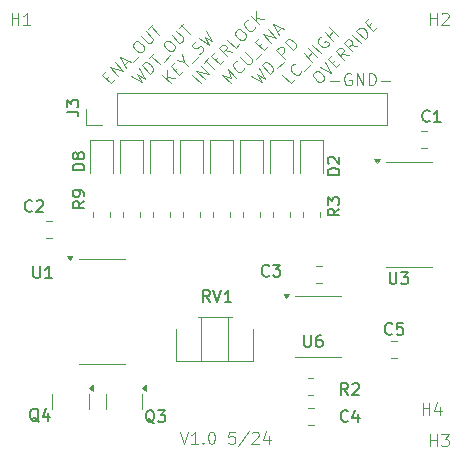
<source format=gbr>
%TF.GenerationSoftware,KiCad,Pcbnew,8.0.1-8.0.1-1~ubuntu22.04.1*%
%TF.CreationDate,2024-05-16T15:07:57-04:00*%
%TF.ProjectId,block-diagram-alex,626c6f63-6b2d-4646-9961-6772616d2d61,rev?*%
%TF.SameCoordinates,Original*%
%TF.FileFunction,Legend,Top*%
%TF.FilePolarity,Positive*%
%FSLAX46Y46*%
G04 Gerber Fmt 4.6, Leading zero omitted, Abs format (unit mm)*
G04 Created by KiCad (PCBNEW 8.0.1-8.0.1-1~ubuntu22.04.1) date 2024-05-16 15:07:57*
%MOMM*%
%LPD*%
G01*
G04 APERTURE LIST*
%ADD10C,0.100000*%
%ADD11C,0.150000*%
%ADD12C,0.120000*%
G04 APERTURE END LIST*
D10*
X140623027Y-107330419D02*
X140956360Y-108330419D01*
X140956360Y-108330419D02*
X141289693Y-107330419D01*
X142146836Y-108330419D02*
X141575408Y-108330419D01*
X141861122Y-108330419D02*
X141861122Y-107330419D01*
X141861122Y-107330419D02*
X141765884Y-107473276D01*
X141765884Y-107473276D02*
X141670646Y-107568514D01*
X141670646Y-107568514D02*
X141575408Y-107616133D01*
X142575408Y-108235180D02*
X142623027Y-108282800D01*
X142623027Y-108282800D02*
X142575408Y-108330419D01*
X142575408Y-108330419D02*
X142527789Y-108282800D01*
X142527789Y-108282800D02*
X142575408Y-108235180D01*
X142575408Y-108235180D02*
X142575408Y-108330419D01*
X143242074Y-107330419D02*
X143337312Y-107330419D01*
X143337312Y-107330419D02*
X143432550Y-107378038D01*
X143432550Y-107378038D02*
X143480169Y-107425657D01*
X143480169Y-107425657D02*
X143527788Y-107520895D01*
X143527788Y-107520895D02*
X143575407Y-107711371D01*
X143575407Y-107711371D02*
X143575407Y-107949466D01*
X143575407Y-107949466D02*
X143527788Y-108139942D01*
X143527788Y-108139942D02*
X143480169Y-108235180D01*
X143480169Y-108235180D02*
X143432550Y-108282800D01*
X143432550Y-108282800D02*
X143337312Y-108330419D01*
X143337312Y-108330419D02*
X143242074Y-108330419D01*
X143242074Y-108330419D02*
X143146836Y-108282800D01*
X143146836Y-108282800D02*
X143099217Y-108235180D01*
X143099217Y-108235180D02*
X143051598Y-108139942D01*
X143051598Y-108139942D02*
X143003979Y-107949466D01*
X143003979Y-107949466D02*
X143003979Y-107711371D01*
X143003979Y-107711371D02*
X143051598Y-107520895D01*
X143051598Y-107520895D02*
X143099217Y-107425657D01*
X143099217Y-107425657D02*
X143146836Y-107378038D01*
X143146836Y-107378038D02*
X143242074Y-107330419D01*
X145242074Y-107330419D02*
X144765884Y-107330419D01*
X144765884Y-107330419D02*
X144718265Y-107806609D01*
X144718265Y-107806609D02*
X144765884Y-107758990D01*
X144765884Y-107758990D02*
X144861122Y-107711371D01*
X144861122Y-107711371D02*
X145099217Y-107711371D01*
X145099217Y-107711371D02*
X145194455Y-107758990D01*
X145194455Y-107758990D02*
X145242074Y-107806609D01*
X145242074Y-107806609D02*
X145289693Y-107901847D01*
X145289693Y-107901847D02*
X145289693Y-108139942D01*
X145289693Y-108139942D02*
X145242074Y-108235180D01*
X145242074Y-108235180D02*
X145194455Y-108282800D01*
X145194455Y-108282800D02*
X145099217Y-108330419D01*
X145099217Y-108330419D02*
X144861122Y-108330419D01*
X144861122Y-108330419D02*
X144765884Y-108282800D01*
X144765884Y-108282800D02*
X144718265Y-108235180D01*
X146432550Y-107282800D02*
X145575408Y-108568514D01*
X146718265Y-107425657D02*
X146765884Y-107378038D01*
X146765884Y-107378038D02*
X146861122Y-107330419D01*
X146861122Y-107330419D02*
X147099217Y-107330419D01*
X147099217Y-107330419D02*
X147194455Y-107378038D01*
X147194455Y-107378038D02*
X147242074Y-107425657D01*
X147242074Y-107425657D02*
X147289693Y-107520895D01*
X147289693Y-107520895D02*
X147289693Y-107616133D01*
X147289693Y-107616133D02*
X147242074Y-107758990D01*
X147242074Y-107758990D02*
X146670646Y-108330419D01*
X146670646Y-108330419D02*
X147289693Y-108330419D01*
X148146836Y-107663752D02*
X148146836Y-108330419D01*
X147908741Y-107282800D02*
X147670646Y-107997085D01*
X147670646Y-107997085D02*
X148289693Y-107997085D01*
X153338884Y-77596466D02*
X154100789Y-77596466D01*
X155100788Y-77025038D02*
X155005550Y-76977419D01*
X155005550Y-76977419D02*
X154862693Y-76977419D01*
X154862693Y-76977419D02*
X154719836Y-77025038D01*
X154719836Y-77025038D02*
X154624598Y-77120276D01*
X154624598Y-77120276D02*
X154576979Y-77215514D01*
X154576979Y-77215514D02*
X154529360Y-77405990D01*
X154529360Y-77405990D02*
X154529360Y-77548847D01*
X154529360Y-77548847D02*
X154576979Y-77739323D01*
X154576979Y-77739323D02*
X154624598Y-77834561D01*
X154624598Y-77834561D02*
X154719836Y-77929800D01*
X154719836Y-77929800D02*
X154862693Y-77977419D01*
X154862693Y-77977419D02*
X154957931Y-77977419D01*
X154957931Y-77977419D02*
X155100788Y-77929800D01*
X155100788Y-77929800D02*
X155148407Y-77882180D01*
X155148407Y-77882180D02*
X155148407Y-77548847D01*
X155148407Y-77548847D02*
X154957931Y-77548847D01*
X155576979Y-77977419D02*
X155576979Y-76977419D01*
X155576979Y-76977419D02*
X156148407Y-77977419D01*
X156148407Y-77977419D02*
X156148407Y-76977419D01*
X156624598Y-77977419D02*
X156624598Y-76977419D01*
X156624598Y-76977419D02*
X156862693Y-76977419D01*
X156862693Y-76977419D02*
X157005550Y-77025038D01*
X157005550Y-77025038D02*
X157100788Y-77120276D01*
X157100788Y-77120276D02*
X157148407Y-77215514D01*
X157148407Y-77215514D02*
X157196026Y-77405990D01*
X157196026Y-77405990D02*
X157196026Y-77548847D01*
X157196026Y-77548847D02*
X157148407Y-77739323D01*
X157148407Y-77739323D02*
X157100788Y-77834561D01*
X157100788Y-77834561D02*
X157005550Y-77929800D01*
X157005550Y-77929800D02*
X156862693Y-77977419D01*
X156862693Y-77977419D02*
X156624598Y-77977419D01*
X157624598Y-77596466D02*
X158386503Y-77596466D01*
X139824665Y-77799908D02*
X139117558Y-77092801D01*
X140228726Y-77395847D02*
X139521619Y-77294831D01*
X139521619Y-76688740D02*
X139521619Y-77496862D01*
X140161382Y-76722411D02*
X140397085Y-76486709D01*
X140868489Y-76756083D02*
X140531772Y-77092801D01*
X140531772Y-77092801D02*
X139824665Y-76385694D01*
X139824665Y-76385694D02*
X140161382Y-76048976D01*
X140969504Y-75981633D02*
X141306222Y-76318350D01*
X140363413Y-75846946D02*
X140969504Y-75981633D01*
X140969504Y-75981633D02*
X140834817Y-75375541D01*
X141676611Y-76082648D02*
X142215359Y-75543900D01*
X142249031Y-75308198D02*
X142383718Y-75240854D01*
X142383718Y-75240854D02*
X142552077Y-75072495D01*
X142552077Y-75072495D02*
X142585749Y-74971480D01*
X142585749Y-74971480D02*
X142585749Y-74904137D01*
X142585749Y-74904137D02*
X142552077Y-74803121D01*
X142552077Y-74803121D02*
X142484733Y-74735778D01*
X142484733Y-74735778D02*
X142383718Y-74702106D01*
X142383718Y-74702106D02*
X142316375Y-74702106D01*
X142316375Y-74702106D02*
X142215359Y-74735778D01*
X142215359Y-74735778D02*
X142047001Y-74836793D01*
X142047001Y-74836793D02*
X141945985Y-74870465D01*
X141945985Y-74870465D02*
X141878642Y-74870465D01*
X141878642Y-74870465D02*
X141777627Y-74836793D01*
X141777627Y-74836793D02*
X141710283Y-74769450D01*
X141710283Y-74769450D02*
X141676611Y-74668434D01*
X141676611Y-74668434D02*
X141676611Y-74601091D01*
X141676611Y-74601091D02*
X141710283Y-74500076D01*
X141710283Y-74500076D02*
X141878642Y-74331717D01*
X141878642Y-74331717D02*
X142013329Y-74264373D01*
X142215359Y-73994999D02*
X143090825Y-74533747D01*
X143090825Y-74533747D02*
X142720436Y-73893984D01*
X142720436Y-73893984D02*
X143360199Y-74264373D01*
X143360199Y-74264373D02*
X142821451Y-73388908D01*
X144904665Y-77799908D02*
X144197558Y-77092801D01*
X144197558Y-77092801D02*
X144938337Y-77362175D01*
X144938337Y-77362175D02*
X144668962Y-76621396D01*
X144668962Y-76621396D02*
X145376069Y-77328503D01*
X146049504Y-76520381D02*
X146049504Y-76587725D01*
X146049504Y-76587725D02*
X145982161Y-76722412D01*
X145982161Y-76722412D02*
X145914817Y-76789755D01*
X145914817Y-76789755D02*
X145780130Y-76857099D01*
X145780130Y-76857099D02*
X145645443Y-76857099D01*
X145645443Y-76857099D02*
X145544428Y-76823427D01*
X145544428Y-76823427D02*
X145376069Y-76722412D01*
X145376069Y-76722412D02*
X145275054Y-76621396D01*
X145275054Y-76621396D02*
X145174039Y-76453038D01*
X145174039Y-76453038D02*
X145140367Y-76352022D01*
X145140367Y-76352022D02*
X145140367Y-76217335D01*
X145140367Y-76217335D02*
X145207710Y-76082648D01*
X145207710Y-76082648D02*
X145275054Y-76015305D01*
X145275054Y-76015305D02*
X145409741Y-75947961D01*
X145409741Y-75947961D02*
X145477084Y-75947961D01*
X145712787Y-75577572D02*
X146285206Y-76149992D01*
X146285206Y-76149992D02*
X146386222Y-76183664D01*
X146386222Y-76183664D02*
X146453565Y-76183664D01*
X146453565Y-76183664D02*
X146554580Y-76149992D01*
X146554580Y-76149992D02*
X146689267Y-76015305D01*
X146689267Y-76015305D02*
X146722939Y-75914290D01*
X146722939Y-75914290D02*
X146722939Y-75846946D01*
X146722939Y-75846946D02*
X146689267Y-75745931D01*
X146689267Y-75745931D02*
X146116848Y-75173511D01*
X147059657Y-75779603D02*
X147598405Y-75240855D01*
X147329031Y-74634763D02*
X147564733Y-74399061D01*
X148036138Y-74668435D02*
X147699420Y-75005152D01*
X147699420Y-75005152D02*
X146992313Y-74298045D01*
X146992313Y-74298045D02*
X147329031Y-73961328D01*
X148339184Y-74365389D02*
X147632077Y-73658282D01*
X147632077Y-73658282D02*
X148743245Y-73961328D01*
X148743245Y-73961328D02*
X148036138Y-73254221D01*
X148844260Y-73456252D02*
X149180977Y-73119534D01*
X148978947Y-73725626D02*
X148507542Y-72782816D01*
X148507542Y-72782816D02*
X149450351Y-73254221D01*
X150321382Y-77463190D02*
X149984665Y-77799908D01*
X149984665Y-77799908D02*
X149277558Y-77092801D01*
X150893802Y-76756083D02*
X150893802Y-76823427D01*
X150893802Y-76823427D02*
X150826459Y-76958114D01*
X150826459Y-76958114D02*
X150759115Y-77025457D01*
X150759115Y-77025457D02*
X150624428Y-77092801D01*
X150624428Y-77092801D02*
X150489741Y-77092801D01*
X150489741Y-77092801D02*
X150388726Y-77059129D01*
X150388726Y-77059129D02*
X150220367Y-76958114D01*
X150220367Y-76958114D02*
X150119352Y-76857098D01*
X150119352Y-76857098D02*
X150018337Y-76688740D01*
X150018337Y-76688740D02*
X149984665Y-76587724D01*
X149984665Y-76587724D02*
X149984665Y-76453037D01*
X149984665Y-76453037D02*
X150052008Y-76318350D01*
X150052008Y-76318350D02*
X150119352Y-76251007D01*
X150119352Y-76251007D02*
X150254039Y-76183663D01*
X150254039Y-76183663D02*
X150321382Y-76183663D01*
X151163176Y-76756083D02*
X151701924Y-76217335D01*
X151802940Y-75981633D02*
X151095833Y-75274526D01*
X151432550Y-75611243D02*
X151836611Y-75207182D01*
X152207001Y-75577572D02*
X151499894Y-74870465D01*
X152543718Y-75240854D02*
X151836611Y-74533747D01*
X152577390Y-73860313D02*
X152476374Y-73893984D01*
X152476374Y-73893984D02*
X152375359Y-73995000D01*
X152375359Y-73995000D02*
X152308016Y-74129687D01*
X152308016Y-74129687D02*
X152308016Y-74264374D01*
X152308016Y-74264374D02*
X152341687Y-74365389D01*
X152341687Y-74365389D02*
X152442703Y-74533748D01*
X152442703Y-74533748D02*
X152543718Y-74634763D01*
X152543718Y-74634763D02*
X152712077Y-74735778D01*
X152712077Y-74735778D02*
X152813092Y-74769450D01*
X152813092Y-74769450D02*
X152947779Y-74769450D01*
X152947779Y-74769450D02*
X153082466Y-74702106D01*
X153082466Y-74702106D02*
X153149809Y-74634763D01*
X153149809Y-74634763D02*
X153217153Y-74500076D01*
X153217153Y-74500076D02*
X153217153Y-74432732D01*
X153217153Y-74432732D02*
X152981451Y-74197030D01*
X152981451Y-74197030D02*
X152846764Y-74331717D01*
X153587542Y-74197030D02*
X152880435Y-73489923D01*
X153217153Y-73826641D02*
X153621214Y-73422580D01*
X153991603Y-73792969D02*
X153284496Y-73085862D01*
X151952245Y-76958114D02*
X152086932Y-76823427D01*
X152086932Y-76823427D02*
X152187947Y-76789755D01*
X152187947Y-76789755D02*
X152322634Y-76789755D01*
X152322634Y-76789755D02*
X152490993Y-76890770D01*
X152490993Y-76890770D02*
X152726695Y-77126473D01*
X152726695Y-77126473D02*
X152827711Y-77294831D01*
X152827711Y-77294831D02*
X152827711Y-77429518D01*
X152827711Y-77429518D02*
X152794039Y-77530534D01*
X152794039Y-77530534D02*
X152659352Y-77665221D01*
X152659352Y-77665221D02*
X152558337Y-77698892D01*
X152558337Y-77698892D02*
X152423649Y-77698892D01*
X152423649Y-77698892D02*
X152255291Y-77597877D01*
X152255291Y-77597877D02*
X152019588Y-77362175D01*
X152019588Y-77362175D02*
X151918573Y-77193816D01*
X151918573Y-77193816D02*
X151918573Y-77059129D01*
X151918573Y-77059129D02*
X151952245Y-76958114D01*
X152457321Y-76453038D02*
X153400130Y-76924442D01*
X153400130Y-76924442D02*
X152928726Y-75981633D01*
X153501146Y-76082648D02*
X153736848Y-75846946D01*
X154208252Y-76116320D02*
X153871535Y-76453037D01*
X153871535Y-76453037D02*
X153164428Y-75745931D01*
X153164428Y-75745931D02*
X153501146Y-75409213D01*
X154915359Y-75409213D02*
X154342939Y-75308198D01*
X154511298Y-75813274D02*
X153804191Y-75106167D01*
X153804191Y-75106167D02*
X154073565Y-74836793D01*
X154073565Y-74836793D02*
X154174581Y-74803122D01*
X154174581Y-74803122D02*
X154241924Y-74803122D01*
X154241924Y-74803122D02*
X154342939Y-74836793D01*
X154342939Y-74836793D02*
X154443955Y-74937809D01*
X154443955Y-74937809D02*
X154477626Y-75038824D01*
X154477626Y-75038824D02*
X154477626Y-75106167D01*
X154477626Y-75106167D02*
X154443955Y-75207183D01*
X154443955Y-75207183D02*
X154174581Y-75476557D01*
X155622466Y-74702106D02*
X155050046Y-74601091D01*
X155218405Y-75106167D02*
X154511298Y-74399061D01*
X154511298Y-74399061D02*
X154780672Y-74129686D01*
X154780672Y-74129686D02*
X154881687Y-74096015D01*
X154881687Y-74096015D02*
X154949031Y-74096015D01*
X154949031Y-74096015D02*
X155050046Y-74129686D01*
X155050046Y-74129686D02*
X155151061Y-74230702D01*
X155151061Y-74230702D02*
X155184733Y-74331717D01*
X155184733Y-74331717D02*
X155184733Y-74399061D01*
X155184733Y-74399061D02*
X155151061Y-74500076D01*
X155151061Y-74500076D02*
X154881687Y-74769450D01*
X155925512Y-74399061D02*
X155218405Y-73691954D01*
X156262229Y-74062343D02*
X155555122Y-73355237D01*
X155555122Y-73355237D02*
X155723481Y-73186878D01*
X155723481Y-73186878D02*
X155858168Y-73119534D01*
X155858168Y-73119534D02*
X155992855Y-73119534D01*
X155992855Y-73119534D02*
X156093870Y-73153206D01*
X156093870Y-73153206D02*
X156262229Y-73254221D01*
X156262229Y-73254221D02*
X156363244Y-73355237D01*
X156363244Y-73355237D02*
X156464259Y-73523595D01*
X156464259Y-73523595D02*
X156497931Y-73624611D01*
X156497931Y-73624611D02*
X156497931Y-73759298D01*
X156497931Y-73759298D02*
X156430588Y-73893985D01*
X156430588Y-73893985D02*
X156262229Y-74062343D01*
X156598946Y-72984847D02*
X156834649Y-72749145D01*
X157306053Y-73018519D02*
X156969336Y-73355237D01*
X156969336Y-73355237D02*
X156262229Y-72648130D01*
X156262229Y-72648130D02*
X156598946Y-72311412D01*
X136510214Y-77160144D02*
X137385680Y-77698892D01*
X137385680Y-77698892D02*
X137015291Y-77059129D01*
X137015291Y-77059129D02*
X137655054Y-77429518D01*
X137655054Y-77429518D02*
X137116306Y-76554053D01*
X138092787Y-76991786D02*
X137385680Y-76284679D01*
X137385680Y-76284679D02*
X137554039Y-76116320D01*
X137554039Y-76116320D02*
X137688726Y-76048977D01*
X137688726Y-76048977D02*
X137823413Y-76048977D01*
X137823413Y-76048977D02*
X137924428Y-76082648D01*
X137924428Y-76082648D02*
X138092787Y-76183664D01*
X138092787Y-76183664D02*
X138193802Y-76284679D01*
X138193802Y-76284679D02*
X138294817Y-76453038D01*
X138294817Y-76453038D02*
X138328489Y-76554053D01*
X138328489Y-76554053D02*
X138328489Y-76688740D01*
X138328489Y-76688740D02*
X138261145Y-76823427D01*
X138261145Y-76823427D02*
X138092787Y-76991786D01*
X137991771Y-75678587D02*
X138395832Y-75274526D01*
X138900909Y-76183664D02*
X138193802Y-75476557D01*
X139237626Y-75981633D02*
X139776374Y-75442885D01*
X139304970Y-74365389D02*
X139439657Y-74230702D01*
X139439657Y-74230702D02*
X139540672Y-74197030D01*
X139540672Y-74197030D02*
X139675359Y-74197030D01*
X139675359Y-74197030D02*
X139843718Y-74298045D01*
X139843718Y-74298045D02*
X140079420Y-74533747D01*
X140079420Y-74533747D02*
X140180436Y-74702106D01*
X140180436Y-74702106D02*
X140180436Y-74836793D01*
X140180436Y-74836793D02*
X140146764Y-74937808D01*
X140146764Y-74937808D02*
X140012077Y-75072495D01*
X140012077Y-75072495D02*
X139911062Y-75106167D01*
X139911062Y-75106167D02*
X139776375Y-75106167D01*
X139776375Y-75106167D02*
X139608016Y-75005152D01*
X139608016Y-75005152D02*
X139372314Y-74769450D01*
X139372314Y-74769450D02*
X139271298Y-74601091D01*
X139271298Y-74601091D02*
X139271298Y-74466404D01*
X139271298Y-74466404D02*
X139304970Y-74365389D01*
X139911062Y-73759297D02*
X140483481Y-74331717D01*
X140483481Y-74331717D02*
X140584497Y-74365389D01*
X140584497Y-74365389D02*
X140651840Y-74365389D01*
X140651840Y-74365389D02*
X140752855Y-74331717D01*
X140752855Y-74331717D02*
X140887542Y-74197030D01*
X140887542Y-74197030D02*
X140921214Y-74096015D01*
X140921214Y-74096015D02*
X140921214Y-74028671D01*
X140921214Y-74028671D02*
X140887542Y-73927656D01*
X140887542Y-73927656D02*
X140315123Y-73355236D01*
X140550825Y-73119534D02*
X140954886Y-72715473D01*
X141459962Y-73624610D02*
X140752855Y-72917503D01*
X142364665Y-77799908D02*
X141657558Y-77092801D01*
X142701382Y-77463190D02*
X141994275Y-76756084D01*
X141994275Y-76756084D02*
X143105443Y-77059129D01*
X143105443Y-77059129D02*
X142398336Y-76352023D01*
X142634038Y-76116320D02*
X143038099Y-75712259D01*
X143543176Y-76621397D02*
X142836069Y-75914290D01*
X143610519Y-75813274D02*
X143846222Y-75577572D01*
X144317626Y-75846946D02*
X143980909Y-76183664D01*
X143980909Y-76183664D02*
X143273802Y-75476557D01*
X143273802Y-75476557D02*
X143610519Y-75139839D01*
X145024733Y-75139839D02*
X144452313Y-75038824D01*
X144620672Y-75543900D02*
X143913565Y-74836794D01*
X143913565Y-74836794D02*
X144182939Y-74567420D01*
X144182939Y-74567420D02*
X144283954Y-74533748D01*
X144283954Y-74533748D02*
X144351298Y-74533748D01*
X144351298Y-74533748D02*
X144452313Y-74567420D01*
X144452313Y-74567420D02*
X144553328Y-74668435D01*
X144553328Y-74668435D02*
X144587000Y-74769450D01*
X144587000Y-74769450D02*
X144587000Y-74836794D01*
X144587000Y-74836794D02*
X144553328Y-74937809D01*
X144553328Y-74937809D02*
X144283954Y-75207183D01*
X145664496Y-74500076D02*
X145327779Y-74836794D01*
X145327779Y-74836794D02*
X144620672Y-74129687D01*
X145327779Y-73422580D02*
X145462466Y-73287893D01*
X145462466Y-73287893D02*
X145563481Y-73254221D01*
X145563481Y-73254221D02*
X145698168Y-73254221D01*
X145698168Y-73254221D02*
X145866527Y-73355236D01*
X145866527Y-73355236D02*
X146102229Y-73590939D01*
X146102229Y-73590939D02*
X146203244Y-73759297D01*
X146203244Y-73759297D02*
X146203244Y-73893984D01*
X146203244Y-73893984D02*
X146169573Y-73995000D01*
X146169573Y-73995000D02*
X146034886Y-74129687D01*
X146034886Y-74129687D02*
X145933870Y-74163358D01*
X145933870Y-74163358D02*
X145799183Y-74163358D01*
X145799183Y-74163358D02*
X145630825Y-74062343D01*
X145630825Y-74062343D02*
X145395122Y-73826641D01*
X145395122Y-73826641D02*
X145294107Y-73658282D01*
X145294107Y-73658282D02*
X145294107Y-73523595D01*
X145294107Y-73523595D02*
X145327779Y-73422580D01*
X146977695Y-73052191D02*
X146977695Y-73119534D01*
X146977695Y-73119534D02*
X146910351Y-73254221D01*
X146910351Y-73254221D02*
X146843008Y-73321565D01*
X146843008Y-73321565D02*
X146708321Y-73388908D01*
X146708321Y-73388908D02*
X146573634Y-73388908D01*
X146573634Y-73388908D02*
X146472618Y-73355236D01*
X146472618Y-73355236D02*
X146304260Y-73254221D01*
X146304260Y-73254221D02*
X146203244Y-73153206D01*
X146203244Y-73153206D02*
X146102229Y-72984847D01*
X146102229Y-72984847D02*
X146068557Y-72883832D01*
X146068557Y-72883832D02*
X146068557Y-72749145D01*
X146068557Y-72749145D02*
X146135901Y-72614458D01*
X146135901Y-72614458D02*
X146203244Y-72547114D01*
X146203244Y-72547114D02*
X146337931Y-72479771D01*
X146337931Y-72479771D02*
X146405275Y-72479771D01*
X147348084Y-72816488D02*
X146640977Y-72109382D01*
X147752145Y-72412427D02*
X147045038Y-72311412D01*
X147045038Y-71705321D02*
X147045038Y-72513443D01*
X146670214Y-77160144D02*
X147545680Y-77698892D01*
X147545680Y-77698892D02*
X147175291Y-77059129D01*
X147175291Y-77059129D02*
X147815054Y-77429518D01*
X147815054Y-77429518D02*
X147276306Y-76554053D01*
X148252787Y-76991786D02*
X147545680Y-76284679D01*
X147545680Y-76284679D02*
X147714039Y-76116320D01*
X147714039Y-76116320D02*
X147848726Y-76048977D01*
X147848726Y-76048977D02*
X147983413Y-76048977D01*
X147983413Y-76048977D02*
X148084428Y-76082648D01*
X148084428Y-76082648D02*
X148252787Y-76183664D01*
X148252787Y-76183664D02*
X148353802Y-76284679D01*
X148353802Y-76284679D02*
X148454817Y-76453038D01*
X148454817Y-76453038D02*
X148488489Y-76554053D01*
X148488489Y-76554053D02*
X148488489Y-76688740D01*
X148488489Y-76688740D02*
X148421145Y-76823427D01*
X148421145Y-76823427D02*
X148252787Y-76991786D01*
X148858878Y-76520381D02*
X149397626Y-75981633D01*
X149498642Y-75745931D02*
X148791535Y-75038824D01*
X148791535Y-75038824D02*
X149060909Y-74769450D01*
X149060909Y-74769450D02*
X149161924Y-74735778D01*
X149161924Y-74735778D02*
X149229268Y-74735778D01*
X149229268Y-74735778D02*
X149330283Y-74769450D01*
X149330283Y-74769450D02*
X149431298Y-74870465D01*
X149431298Y-74870465D02*
X149464970Y-74971480D01*
X149464970Y-74971480D02*
X149464970Y-75038824D01*
X149464970Y-75038824D02*
X149431298Y-75139839D01*
X149431298Y-75139839D02*
X149161924Y-75409213D01*
X150205748Y-75038824D02*
X149498642Y-74331717D01*
X149498642Y-74331717D02*
X149667000Y-74163358D01*
X149667000Y-74163358D02*
X149801687Y-74096015D01*
X149801687Y-74096015D02*
X149936374Y-74096015D01*
X149936374Y-74096015D02*
X150037390Y-74129687D01*
X150037390Y-74129687D02*
X150205748Y-74230702D01*
X150205748Y-74230702D02*
X150306764Y-74331717D01*
X150306764Y-74331717D02*
X150407779Y-74500076D01*
X150407779Y-74500076D02*
X150441451Y-74601091D01*
X150441451Y-74601091D02*
X150441451Y-74735778D01*
X150441451Y-74735778D02*
X150374107Y-74870465D01*
X150374107Y-74870465D02*
X150205748Y-75038824D01*
X134374275Y-77429518D02*
X134609978Y-77193816D01*
X135081382Y-77463190D02*
X134744665Y-77799908D01*
X134744665Y-77799908D02*
X134037558Y-77092801D01*
X134037558Y-77092801D02*
X134374275Y-76756083D01*
X135384428Y-77160144D02*
X134677321Y-76453037D01*
X134677321Y-76453037D02*
X135788489Y-76756083D01*
X135788489Y-76756083D02*
X135081382Y-76048976D01*
X135889504Y-76251007D02*
X136226222Y-75914289D01*
X136024191Y-76520381D02*
X135552787Y-75577572D01*
X135552787Y-75577572D02*
X136495596Y-76048976D01*
X136630283Y-76048976D02*
X137169031Y-75510228D01*
X136697627Y-74432732D02*
X136832314Y-74298045D01*
X136832314Y-74298045D02*
X136933329Y-74264373D01*
X136933329Y-74264373D02*
X137068016Y-74264373D01*
X137068016Y-74264373D02*
X137236375Y-74365389D01*
X137236375Y-74365389D02*
X137472077Y-74601091D01*
X137472077Y-74601091D02*
X137573092Y-74769450D01*
X137573092Y-74769450D02*
X137573092Y-74904137D01*
X137573092Y-74904137D02*
X137539420Y-75005152D01*
X137539420Y-75005152D02*
X137404733Y-75139839D01*
X137404733Y-75139839D02*
X137303718Y-75173511D01*
X137303718Y-75173511D02*
X137169031Y-75173511D01*
X137169031Y-75173511D02*
X137000672Y-75072495D01*
X137000672Y-75072495D02*
X136764970Y-74836793D01*
X136764970Y-74836793D02*
X136663955Y-74668434D01*
X136663955Y-74668434D02*
X136663955Y-74533747D01*
X136663955Y-74533747D02*
X136697627Y-74432732D01*
X137303718Y-73826641D02*
X137876138Y-74399060D01*
X137876138Y-74399060D02*
X137977153Y-74432732D01*
X137977153Y-74432732D02*
X138044497Y-74432732D01*
X138044497Y-74432732D02*
X138145512Y-74399060D01*
X138145512Y-74399060D02*
X138280199Y-74264373D01*
X138280199Y-74264373D02*
X138313871Y-74163358D01*
X138313871Y-74163358D02*
X138313871Y-74096015D01*
X138313871Y-74096015D02*
X138280199Y-73994999D01*
X138280199Y-73994999D02*
X137707779Y-73422580D01*
X137943481Y-73186877D02*
X138347542Y-72782816D01*
X138852619Y-73691954D02*
X138145512Y-72984847D01*
X161798095Y-108534419D02*
X161798095Y-107534419D01*
X161798095Y-108010609D02*
X162369523Y-108010609D01*
X162369523Y-108534419D02*
X162369523Y-107534419D01*
X162750476Y-107534419D02*
X163369523Y-107534419D01*
X163369523Y-107534419D02*
X163036190Y-107915371D01*
X163036190Y-107915371D02*
X163179047Y-107915371D01*
X163179047Y-107915371D02*
X163274285Y-107962990D01*
X163274285Y-107962990D02*
X163321904Y-108010609D01*
X163321904Y-108010609D02*
X163369523Y-108105847D01*
X163369523Y-108105847D02*
X163369523Y-108343942D01*
X163369523Y-108343942D02*
X163321904Y-108439180D01*
X163321904Y-108439180D02*
X163274285Y-108486800D01*
X163274285Y-108486800D02*
X163179047Y-108534419D01*
X163179047Y-108534419D02*
X162893333Y-108534419D01*
X162893333Y-108534419D02*
X162798095Y-108486800D01*
X162798095Y-108486800D02*
X162750476Y-108439180D01*
X161798095Y-72847419D02*
X161798095Y-71847419D01*
X161798095Y-72323609D02*
X162369523Y-72323609D01*
X162369523Y-72847419D02*
X162369523Y-71847419D01*
X162798095Y-71942657D02*
X162845714Y-71895038D01*
X162845714Y-71895038D02*
X162940952Y-71847419D01*
X162940952Y-71847419D02*
X163179047Y-71847419D01*
X163179047Y-71847419D02*
X163274285Y-71895038D01*
X163274285Y-71895038D02*
X163321904Y-71942657D01*
X163321904Y-71942657D02*
X163369523Y-72037895D01*
X163369523Y-72037895D02*
X163369523Y-72133133D01*
X163369523Y-72133133D02*
X163321904Y-72275990D01*
X163321904Y-72275990D02*
X162750476Y-72847419D01*
X162750476Y-72847419D02*
X163369523Y-72847419D01*
D11*
X132534819Y-85193094D02*
X131534819Y-85193094D01*
X131534819Y-85193094D02*
X131534819Y-84954999D01*
X131534819Y-84954999D02*
X131582438Y-84812142D01*
X131582438Y-84812142D02*
X131677676Y-84716904D01*
X131677676Y-84716904D02*
X131772914Y-84669285D01*
X131772914Y-84669285D02*
X131963390Y-84621666D01*
X131963390Y-84621666D02*
X132106247Y-84621666D01*
X132106247Y-84621666D02*
X132296723Y-84669285D01*
X132296723Y-84669285D02*
X132391961Y-84716904D01*
X132391961Y-84716904D02*
X132487200Y-84812142D01*
X132487200Y-84812142D02*
X132534819Y-84954999D01*
X132534819Y-84954999D02*
X132534819Y-85193094D01*
X131963390Y-84050237D02*
X131915771Y-84145475D01*
X131915771Y-84145475D02*
X131868152Y-84193094D01*
X131868152Y-84193094D02*
X131772914Y-84240713D01*
X131772914Y-84240713D02*
X131725295Y-84240713D01*
X131725295Y-84240713D02*
X131630057Y-84193094D01*
X131630057Y-84193094D02*
X131582438Y-84145475D01*
X131582438Y-84145475D02*
X131534819Y-84050237D01*
X131534819Y-84050237D02*
X131534819Y-83859761D01*
X131534819Y-83859761D02*
X131582438Y-83764523D01*
X131582438Y-83764523D02*
X131630057Y-83716904D01*
X131630057Y-83716904D02*
X131725295Y-83669285D01*
X131725295Y-83669285D02*
X131772914Y-83669285D01*
X131772914Y-83669285D02*
X131868152Y-83716904D01*
X131868152Y-83716904D02*
X131915771Y-83764523D01*
X131915771Y-83764523D02*
X131963390Y-83859761D01*
X131963390Y-83859761D02*
X131963390Y-84050237D01*
X131963390Y-84050237D02*
X132011009Y-84145475D01*
X132011009Y-84145475D02*
X132058628Y-84193094D01*
X132058628Y-84193094D02*
X132153866Y-84240713D01*
X132153866Y-84240713D02*
X132344342Y-84240713D01*
X132344342Y-84240713D02*
X132439580Y-84193094D01*
X132439580Y-84193094D02*
X132487200Y-84145475D01*
X132487200Y-84145475D02*
X132534819Y-84050237D01*
X132534819Y-84050237D02*
X132534819Y-83859761D01*
X132534819Y-83859761D02*
X132487200Y-83764523D01*
X132487200Y-83764523D02*
X132439580Y-83716904D01*
X132439580Y-83716904D02*
X132344342Y-83669285D01*
X132344342Y-83669285D02*
X132153866Y-83669285D01*
X132153866Y-83669285D02*
X132058628Y-83716904D01*
X132058628Y-83716904D02*
X132011009Y-83764523D01*
X132011009Y-83764523D02*
X131963390Y-83859761D01*
D10*
X161163095Y-105867419D02*
X161163095Y-104867419D01*
X161163095Y-105343609D02*
X161734523Y-105343609D01*
X161734523Y-105867419D02*
X161734523Y-104867419D01*
X162639285Y-105200752D02*
X162639285Y-105867419D01*
X162401190Y-104819800D02*
X162163095Y-105534085D01*
X162163095Y-105534085D02*
X162782142Y-105534085D01*
D11*
X154124819Y-85574094D02*
X153124819Y-85574094D01*
X153124819Y-85574094D02*
X153124819Y-85335999D01*
X153124819Y-85335999D02*
X153172438Y-85193142D01*
X153172438Y-85193142D02*
X153267676Y-85097904D01*
X153267676Y-85097904D02*
X153362914Y-85050285D01*
X153362914Y-85050285D02*
X153553390Y-85002666D01*
X153553390Y-85002666D02*
X153696247Y-85002666D01*
X153696247Y-85002666D02*
X153886723Y-85050285D01*
X153886723Y-85050285D02*
X153981961Y-85097904D01*
X153981961Y-85097904D02*
X154077200Y-85193142D01*
X154077200Y-85193142D02*
X154124819Y-85335999D01*
X154124819Y-85335999D02*
X154124819Y-85574094D01*
X153220057Y-84621713D02*
X153172438Y-84574094D01*
X153172438Y-84574094D02*
X153124819Y-84478856D01*
X153124819Y-84478856D02*
X153124819Y-84240761D01*
X153124819Y-84240761D02*
X153172438Y-84145523D01*
X153172438Y-84145523D02*
X153220057Y-84097904D01*
X153220057Y-84097904D02*
X153315295Y-84050285D01*
X153315295Y-84050285D02*
X153410533Y-84050285D01*
X153410533Y-84050285D02*
X153553390Y-84097904D01*
X153553390Y-84097904D02*
X154124819Y-84669332D01*
X154124819Y-84669332D02*
X154124819Y-84050285D01*
X158369095Y-93815819D02*
X158369095Y-94625342D01*
X158369095Y-94625342D02*
X158416714Y-94720580D01*
X158416714Y-94720580D02*
X158464333Y-94768200D01*
X158464333Y-94768200D02*
X158559571Y-94815819D01*
X158559571Y-94815819D02*
X158750047Y-94815819D01*
X158750047Y-94815819D02*
X158845285Y-94768200D01*
X158845285Y-94768200D02*
X158892904Y-94720580D01*
X158892904Y-94720580D02*
X158940523Y-94625342D01*
X158940523Y-94625342D02*
X158940523Y-93815819D01*
X159321476Y-93815819D02*
X159940523Y-93815819D01*
X159940523Y-93815819D02*
X159607190Y-94196771D01*
X159607190Y-94196771D02*
X159750047Y-94196771D01*
X159750047Y-94196771D02*
X159845285Y-94244390D01*
X159845285Y-94244390D02*
X159892904Y-94292009D01*
X159892904Y-94292009D02*
X159940523Y-94387247D01*
X159940523Y-94387247D02*
X159940523Y-94625342D01*
X159940523Y-94625342D02*
X159892904Y-94720580D01*
X159892904Y-94720580D02*
X159845285Y-94768200D01*
X159845285Y-94768200D02*
X159750047Y-94815819D01*
X159750047Y-94815819D02*
X159464333Y-94815819D01*
X159464333Y-94815819D02*
X159369095Y-94768200D01*
X159369095Y-94768200D02*
X159321476Y-94720580D01*
X132534819Y-87796666D02*
X132058628Y-88129999D01*
X132534819Y-88368094D02*
X131534819Y-88368094D01*
X131534819Y-88368094D02*
X131534819Y-87987142D01*
X131534819Y-87987142D02*
X131582438Y-87891904D01*
X131582438Y-87891904D02*
X131630057Y-87844285D01*
X131630057Y-87844285D02*
X131725295Y-87796666D01*
X131725295Y-87796666D02*
X131868152Y-87796666D01*
X131868152Y-87796666D02*
X131963390Y-87844285D01*
X131963390Y-87844285D02*
X132011009Y-87891904D01*
X132011009Y-87891904D02*
X132058628Y-87987142D01*
X132058628Y-87987142D02*
X132058628Y-88368094D01*
X132534819Y-87320475D02*
X132534819Y-87129999D01*
X132534819Y-87129999D02*
X132487200Y-87034761D01*
X132487200Y-87034761D02*
X132439580Y-86987142D01*
X132439580Y-86987142D02*
X132296723Y-86891904D01*
X132296723Y-86891904D02*
X132106247Y-86844285D01*
X132106247Y-86844285D02*
X131725295Y-86844285D01*
X131725295Y-86844285D02*
X131630057Y-86891904D01*
X131630057Y-86891904D02*
X131582438Y-86939523D01*
X131582438Y-86939523D02*
X131534819Y-87034761D01*
X131534819Y-87034761D02*
X131534819Y-87225237D01*
X131534819Y-87225237D02*
X131582438Y-87320475D01*
X131582438Y-87320475D02*
X131630057Y-87368094D01*
X131630057Y-87368094D02*
X131725295Y-87415713D01*
X131725295Y-87415713D02*
X131963390Y-87415713D01*
X131963390Y-87415713D02*
X132058628Y-87368094D01*
X132058628Y-87368094D02*
X132106247Y-87320475D01*
X132106247Y-87320475D02*
X132153866Y-87225237D01*
X132153866Y-87225237D02*
X132153866Y-87034761D01*
X132153866Y-87034761D02*
X132106247Y-86939523D01*
X132106247Y-86939523D02*
X132058628Y-86891904D01*
X132058628Y-86891904D02*
X131963390Y-86844285D01*
X154835333Y-104213819D02*
X154502000Y-103737628D01*
X154263905Y-104213819D02*
X154263905Y-103213819D01*
X154263905Y-103213819D02*
X154644857Y-103213819D01*
X154644857Y-103213819D02*
X154740095Y-103261438D01*
X154740095Y-103261438D02*
X154787714Y-103309057D01*
X154787714Y-103309057D02*
X154835333Y-103404295D01*
X154835333Y-103404295D02*
X154835333Y-103547152D01*
X154835333Y-103547152D02*
X154787714Y-103642390D01*
X154787714Y-103642390D02*
X154740095Y-103690009D01*
X154740095Y-103690009D02*
X154644857Y-103737628D01*
X154644857Y-103737628D02*
X154263905Y-103737628D01*
X155216286Y-103309057D02*
X155263905Y-103261438D01*
X155263905Y-103261438D02*
X155359143Y-103213819D01*
X155359143Y-103213819D02*
X155597238Y-103213819D01*
X155597238Y-103213819D02*
X155692476Y-103261438D01*
X155692476Y-103261438D02*
X155740095Y-103309057D01*
X155740095Y-103309057D02*
X155787714Y-103404295D01*
X155787714Y-103404295D02*
X155787714Y-103499533D01*
X155787714Y-103499533D02*
X155740095Y-103642390D01*
X155740095Y-103642390D02*
X155168667Y-104213819D01*
X155168667Y-104213819D02*
X155787714Y-104213819D01*
X161758333Y-81004580D02*
X161710714Y-81052200D01*
X161710714Y-81052200D02*
X161567857Y-81099819D01*
X161567857Y-81099819D02*
X161472619Y-81099819D01*
X161472619Y-81099819D02*
X161329762Y-81052200D01*
X161329762Y-81052200D02*
X161234524Y-80956961D01*
X161234524Y-80956961D02*
X161186905Y-80861723D01*
X161186905Y-80861723D02*
X161139286Y-80671247D01*
X161139286Y-80671247D02*
X161139286Y-80528390D01*
X161139286Y-80528390D02*
X161186905Y-80337914D01*
X161186905Y-80337914D02*
X161234524Y-80242676D01*
X161234524Y-80242676D02*
X161329762Y-80147438D01*
X161329762Y-80147438D02*
X161472619Y-80099819D01*
X161472619Y-80099819D02*
X161567857Y-80099819D01*
X161567857Y-80099819D02*
X161710714Y-80147438D01*
X161710714Y-80147438D02*
X161758333Y-80195057D01*
X162710714Y-81099819D02*
X162139286Y-81099819D01*
X162425000Y-81099819D02*
X162425000Y-80099819D01*
X162425000Y-80099819D02*
X162329762Y-80242676D01*
X162329762Y-80242676D02*
X162234524Y-80337914D01*
X162234524Y-80337914D02*
X162139286Y-80385533D01*
X154835333Y-106404580D02*
X154787714Y-106452200D01*
X154787714Y-106452200D02*
X154644857Y-106499819D01*
X154644857Y-106499819D02*
X154549619Y-106499819D01*
X154549619Y-106499819D02*
X154406762Y-106452200D01*
X154406762Y-106452200D02*
X154311524Y-106356961D01*
X154311524Y-106356961D02*
X154263905Y-106261723D01*
X154263905Y-106261723D02*
X154216286Y-106071247D01*
X154216286Y-106071247D02*
X154216286Y-105928390D01*
X154216286Y-105928390D02*
X154263905Y-105737914D01*
X154263905Y-105737914D02*
X154311524Y-105642676D01*
X154311524Y-105642676D02*
X154406762Y-105547438D01*
X154406762Y-105547438D02*
X154549619Y-105499819D01*
X154549619Y-105499819D02*
X154644857Y-105499819D01*
X154644857Y-105499819D02*
X154787714Y-105547438D01*
X154787714Y-105547438D02*
X154835333Y-105595057D01*
X155692476Y-105833152D02*
X155692476Y-106499819D01*
X155454381Y-105452200D02*
X155216286Y-106166485D01*
X155216286Y-106166485D02*
X155835333Y-106166485D01*
X138461761Y-106595057D02*
X138366523Y-106547438D01*
X138366523Y-106547438D02*
X138271285Y-106452200D01*
X138271285Y-106452200D02*
X138128428Y-106309342D01*
X138128428Y-106309342D02*
X138033190Y-106261723D01*
X138033190Y-106261723D02*
X137937952Y-106261723D01*
X137985571Y-106499819D02*
X137890333Y-106452200D01*
X137890333Y-106452200D02*
X137795095Y-106356961D01*
X137795095Y-106356961D02*
X137747476Y-106166485D01*
X137747476Y-106166485D02*
X137747476Y-105833152D01*
X137747476Y-105833152D02*
X137795095Y-105642676D01*
X137795095Y-105642676D02*
X137890333Y-105547438D01*
X137890333Y-105547438D02*
X137985571Y-105499819D01*
X137985571Y-105499819D02*
X138176047Y-105499819D01*
X138176047Y-105499819D02*
X138271285Y-105547438D01*
X138271285Y-105547438D02*
X138366523Y-105642676D01*
X138366523Y-105642676D02*
X138414142Y-105833152D01*
X138414142Y-105833152D02*
X138414142Y-106166485D01*
X138414142Y-106166485D02*
X138366523Y-106356961D01*
X138366523Y-106356961D02*
X138271285Y-106452200D01*
X138271285Y-106452200D02*
X138176047Y-106499819D01*
X138176047Y-106499819D02*
X137985571Y-106499819D01*
X138747476Y-105499819D02*
X139366523Y-105499819D01*
X139366523Y-105499819D02*
X139033190Y-105880771D01*
X139033190Y-105880771D02*
X139176047Y-105880771D01*
X139176047Y-105880771D02*
X139271285Y-105928390D01*
X139271285Y-105928390D02*
X139318904Y-105976009D01*
X139318904Y-105976009D02*
X139366523Y-106071247D01*
X139366523Y-106071247D02*
X139366523Y-106309342D01*
X139366523Y-106309342D02*
X139318904Y-106404580D01*
X139318904Y-106404580D02*
X139271285Y-106452200D01*
X139271285Y-106452200D02*
X139176047Y-106499819D01*
X139176047Y-106499819D02*
X138890333Y-106499819D01*
X138890333Y-106499819D02*
X138795095Y-106452200D01*
X138795095Y-106452200D02*
X138747476Y-106404580D01*
X128682761Y-106468057D02*
X128587523Y-106420438D01*
X128587523Y-106420438D02*
X128492285Y-106325200D01*
X128492285Y-106325200D02*
X128349428Y-106182342D01*
X128349428Y-106182342D02*
X128254190Y-106134723D01*
X128254190Y-106134723D02*
X128158952Y-106134723D01*
X128206571Y-106372819D02*
X128111333Y-106325200D01*
X128111333Y-106325200D02*
X128016095Y-106229961D01*
X128016095Y-106229961D02*
X127968476Y-106039485D01*
X127968476Y-106039485D02*
X127968476Y-105706152D01*
X127968476Y-105706152D02*
X128016095Y-105515676D01*
X128016095Y-105515676D02*
X128111333Y-105420438D01*
X128111333Y-105420438D02*
X128206571Y-105372819D01*
X128206571Y-105372819D02*
X128397047Y-105372819D01*
X128397047Y-105372819D02*
X128492285Y-105420438D01*
X128492285Y-105420438D02*
X128587523Y-105515676D01*
X128587523Y-105515676D02*
X128635142Y-105706152D01*
X128635142Y-105706152D02*
X128635142Y-106039485D01*
X128635142Y-106039485D02*
X128587523Y-106229961D01*
X128587523Y-106229961D02*
X128492285Y-106325200D01*
X128492285Y-106325200D02*
X128397047Y-106372819D01*
X128397047Y-106372819D02*
X128206571Y-106372819D01*
X129492285Y-105706152D02*
X129492285Y-106372819D01*
X129254190Y-105325200D02*
X129016095Y-106039485D01*
X129016095Y-106039485D02*
X129635142Y-106039485D01*
X131026819Y-80216333D02*
X131741104Y-80216333D01*
X131741104Y-80216333D02*
X131883961Y-80263952D01*
X131883961Y-80263952D02*
X131979200Y-80359190D01*
X131979200Y-80359190D02*
X132026819Y-80502047D01*
X132026819Y-80502047D02*
X132026819Y-80597285D01*
X131026819Y-79835380D02*
X131026819Y-79216333D01*
X131026819Y-79216333D02*
X131407771Y-79549666D01*
X131407771Y-79549666D02*
X131407771Y-79406809D01*
X131407771Y-79406809D02*
X131455390Y-79311571D01*
X131455390Y-79311571D02*
X131503009Y-79263952D01*
X131503009Y-79263952D02*
X131598247Y-79216333D01*
X131598247Y-79216333D02*
X131836342Y-79216333D01*
X131836342Y-79216333D02*
X131931580Y-79263952D01*
X131931580Y-79263952D02*
X131979200Y-79311571D01*
X131979200Y-79311571D02*
X132026819Y-79406809D01*
X132026819Y-79406809D02*
X132026819Y-79692523D01*
X132026819Y-79692523D02*
X131979200Y-79787761D01*
X131979200Y-79787761D02*
X131931580Y-79835380D01*
X158583333Y-99009580D02*
X158535714Y-99057200D01*
X158535714Y-99057200D02*
X158392857Y-99104819D01*
X158392857Y-99104819D02*
X158297619Y-99104819D01*
X158297619Y-99104819D02*
X158154762Y-99057200D01*
X158154762Y-99057200D02*
X158059524Y-98961961D01*
X158059524Y-98961961D02*
X158011905Y-98866723D01*
X158011905Y-98866723D02*
X157964286Y-98676247D01*
X157964286Y-98676247D02*
X157964286Y-98533390D01*
X157964286Y-98533390D02*
X158011905Y-98342914D01*
X158011905Y-98342914D02*
X158059524Y-98247676D01*
X158059524Y-98247676D02*
X158154762Y-98152438D01*
X158154762Y-98152438D02*
X158297619Y-98104819D01*
X158297619Y-98104819D02*
X158392857Y-98104819D01*
X158392857Y-98104819D02*
X158535714Y-98152438D01*
X158535714Y-98152438D02*
X158583333Y-98200057D01*
X159488095Y-98104819D02*
X159011905Y-98104819D01*
X159011905Y-98104819D02*
X158964286Y-98581009D01*
X158964286Y-98581009D02*
X159011905Y-98533390D01*
X159011905Y-98533390D02*
X159107143Y-98485771D01*
X159107143Y-98485771D02*
X159345238Y-98485771D01*
X159345238Y-98485771D02*
X159440476Y-98533390D01*
X159440476Y-98533390D02*
X159488095Y-98581009D01*
X159488095Y-98581009D02*
X159535714Y-98676247D01*
X159535714Y-98676247D02*
X159535714Y-98914342D01*
X159535714Y-98914342D02*
X159488095Y-99009580D01*
X159488095Y-99009580D02*
X159440476Y-99057200D01*
X159440476Y-99057200D02*
X159345238Y-99104819D01*
X159345238Y-99104819D02*
X159107143Y-99104819D01*
X159107143Y-99104819D02*
X159011905Y-99057200D01*
X159011905Y-99057200D02*
X158964286Y-99009580D01*
X128103333Y-88624580D02*
X128055714Y-88672200D01*
X128055714Y-88672200D02*
X127912857Y-88719819D01*
X127912857Y-88719819D02*
X127817619Y-88719819D01*
X127817619Y-88719819D02*
X127674762Y-88672200D01*
X127674762Y-88672200D02*
X127579524Y-88576961D01*
X127579524Y-88576961D02*
X127531905Y-88481723D01*
X127531905Y-88481723D02*
X127484286Y-88291247D01*
X127484286Y-88291247D02*
X127484286Y-88148390D01*
X127484286Y-88148390D02*
X127531905Y-87957914D01*
X127531905Y-87957914D02*
X127579524Y-87862676D01*
X127579524Y-87862676D02*
X127674762Y-87767438D01*
X127674762Y-87767438D02*
X127817619Y-87719819D01*
X127817619Y-87719819D02*
X127912857Y-87719819D01*
X127912857Y-87719819D02*
X128055714Y-87767438D01*
X128055714Y-87767438D02*
X128103333Y-87815057D01*
X128484286Y-87815057D02*
X128531905Y-87767438D01*
X128531905Y-87767438D02*
X128627143Y-87719819D01*
X128627143Y-87719819D02*
X128865238Y-87719819D01*
X128865238Y-87719819D02*
X128960476Y-87767438D01*
X128960476Y-87767438D02*
X129008095Y-87815057D01*
X129008095Y-87815057D02*
X129055714Y-87910295D01*
X129055714Y-87910295D02*
X129055714Y-88005533D01*
X129055714Y-88005533D02*
X129008095Y-88148390D01*
X129008095Y-88148390D02*
X128436667Y-88719819D01*
X128436667Y-88719819D02*
X129055714Y-88719819D01*
X148169333Y-94085580D02*
X148121714Y-94133200D01*
X148121714Y-94133200D02*
X147978857Y-94180819D01*
X147978857Y-94180819D02*
X147883619Y-94180819D01*
X147883619Y-94180819D02*
X147740762Y-94133200D01*
X147740762Y-94133200D02*
X147645524Y-94037961D01*
X147645524Y-94037961D02*
X147597905Y-93942723D01*
X147597905Y-93942723D02*
X147550286Y-93752247D01*
X147550286Y-93752247D02*
X147550286Y-93609390D01*
X147550286Y-93609390D02*
X147597905Y-93418914D01*
X147597905Y-93418914D02*
X147645524Y-93323676D01*
X147645524Y-93323676D02*
X147740762Y-93228438D01*
X147740762Y-93228438D02*
X147883619Y-93180819D01*
X147883619Y-93180819D02*
X147978857Y-93180819D01*
X147978857Y-93180819D02*
X148121714Y-93228438D01*
X148121714Y-93228438D02*
X148169333Y-93276057D01*
X148502667Y-93180819D02*
X149121714Y-93180819D01*
X149121714Y-93180819D02*
X148788381Y-93561771D01*
X148788381Y-93561771D02*
X148931238Y-93561771D01*
X148931238Y-93561771D02*
X149026476Y-93609390D01*
X149026476Y-93609390D02*
X149074095Y-93657009D01*
X149074095Y-93657009D02*
X149121714Y-93752247D01*
X149121714Y-93752247D02*
X149121714Y-93990342D01*
X149121714Y-93990342D02*
X149074095Y-94085580D01*
X149074095Y-94085580D02*
X149026476Y-94133200D01*
X149026476Y-94133200D02*
X148931238Y-94180819D01*
X148931238Y-94180819D02*
X148645524Y-94180819D01*
X148645524Y-94180819D02*
X148550286Y-94133200D01*
X148550286Y-94133200D02*
X148502667Y-94085580D01*
D10*
X126365095Y-72847419D02*
X126365095Y-71847419D01*
X126365095Y-72323609D02*
X126936523Y-72323609D01*
X126936523Y-72847419D02*
X126936523Y-71847419D01*
X127936523Y-72847419D02*
X127365095Y-72847419D01*
X127650809Y-72847419D02*
X127650809Y-71847419D01*
X127650809Y-71847419D02*
X127555571Y-71990276D01*
X127555571Y-71990276D02*
X127460333Y-72085514D01*
X127460333Y-72085514D02*
X127365095Y-72133133D01*
D11*
X154124819Y-88431666D02*
X153648628Y-88764999D01*
X154124819Y-89003094D02*
X153124819Y-89003094D01*
X153124819Y-89003094D02*
X153124819Y-88622142D01*
X153124819Y-88622142D02*
X153172438Y-88526904D01*
X153172438Y-88526904D02*
X153220057Y-88479285D01*
X153220057Y-88479285D02*
X153315295Y-88431666D01*
X153315295Y-88431666D02*
X153458152Y-88431666D01*
X153458152Y-88431666D02*
X153553390Y-88479285D01*
X153553390Y-88479285D02*
X153601009Y-88526904D01*
X153601009Y-88526904D02*
X153648628Y-88622142D01*
X153648628Y-88622142D02*
X153648628Y-89003094D01*
X153124819Y-88098332D02*
X153124819Y-87479285D01*
X153124819Y-87479285D02*
X153505771Y-87812618D01*
X153505771Y-87812618D02*
X153505771Y-87669761D01*
X153505771Y-87669761D02*
X153553390Y-87574523D01*
X153553390Y-87574523D02*
X153601009Y-87526904D01*
X153601009Y-87526904D02*
X153696247Y-87479285D01*
X153696247Y-87479285D02*
X153934342Y-87479285D01*
X153934342Y-87479285D02*
X154029580Y-87526904D01*
X154029580Y-87526904D02*
X154077200Y-87574523D01*
X154077200Y-87574523D02*
X154124819Y-87669761D01*
X154124819Y-87669761D02*
X154124819Y-87955475D01*
X154124819Y-87955475D02*
X154077200Y-88050713D01*
X154077200Y-88050713D02*
X154029580Y-88098332D01*
X151130095Y-99149819D02*
X151130095Y-99959342D01*
X151130095Y-99959342D02*
X151177714Y-100054580D01*
X151177714Y-100054580D02*
X151225333Y-100102200D01*
X151225333Y-100102200D02*
X151320571Y-100149819D01*
X151320571Y-100149819D02*
X151511047Y-100149819D01*
X151511047Y-100149819D02*
X151606285Y-100102200D01*
X151606285Y-100102200D02*
X151653904Y-100054580D01*
X151653904Y-100054580D02*
X151701523Y-99959342D01*
X151701523Y-99959342D02*
X151701523Y-99149819D01*
X152606285Y-99149819D02*
X152415809Y-99149819D01*
X152415809Y-99149819D02*
X152320571Y-99197438D01*
X152320571Y-99197438D02*
X152272952Y-99245057D01*
X152272952Y-99245057D02*
X152177714Y-99387914D01*
X152177714Y-99387914D02*
X152130095Y-99578390D01*
X152130095Y-99578390D02*
X152130095Y-99959342D01*
X152130095Y-99959342D02*
X152177714Y-100054580D01*
X152177714Y-100054580D02*
X152225333Y-100102200D01*
X152225333Y-100102200D02*
X152320571Y-100149819D01*
X152320571Y-100149819D02*
X152511047Y-100149819D01*
X152511047Y-100149819D02*
X152606285Y-100102200D01*
X152606285Y-100102200D02*
X152653904Y-100054580D01*
X152653904Y-100054580D02*
X152701523Y-99959342D01*
X152701523Y-99959342D02*
X152701523Y-99721247D01*
X152701523Y-99721247D02*
X152653904Y-99626009D01*
X152653904Y-99626009D02*
X152606285Y-99578390D01*
X152606285Y-99578390D02*
X152511047Y-99530771D01*
X152511047Y-99530771D02*
X152320571Y-99530771D01*
X152320571Y-99530771D02*
X152225333Y-99578390D01*
X152225333Y-99578390D02*
X152177714Y-99626009D01*
X152177714Y-99626009D02*
X152130095Y-99721247D01*
X128208095Y-93307819D02*
X128208095Y-94117342D01*
X128208095Y-94117342D02*
X128255714Y-94212580D01*
X128255714Y-94212580D02*
X128303333Y-94260200D01*
X128303333Y-94260200D02*
X128398571Y-94307819D01*
X128398571Y-94307819D02*
X128589047Y-94307819D01*
X128589047Y-94307819D02*
X128684285Y-94260200D01*
X128684285Y-94260200D02*
X128731904Y-94212580D01*
X128731904Y-94212580D02*
X128779523Y-94117342D01*
X128779523Y-94117342D02*
X128779523Y-93307819D01*
X129779523Y-94307819D02*
X129208095Y-94307819D01*
X129493809Y-94307819D02*
X129493809Y-93307819D01*
X129493809Y-93307819D02*
X129398571Y-93450676D01*
X129398571Y-93450676D02*
X129303333Y-93545914D01*
X129303333Y-93545914D02*
X129208095Y-93593533D01*
X143168761Y-96339819D02*
X142835428Y-95863628D01*
X142597333Y-96339819D02*
X142597333Y-95339819D01*
X142597333Y-95339819D02*
X142978285Y-95339819D01*
X142978285Y-95339819D02*
X143073523Y-95387438D01*
X143073523Y-95387438D02*
X143121142Y-95435057D01*
X143121142Y-95435057D02*
X143168761Y-95530295D01*
X143168761Y-95530295D02*
X143168761Y-95673152D01*
X143168761Y-95673152D02*
X143121142Y-95768390D01*
X143121142Y-95768390D02*
X143073523Y-95816009D01*
X143073523Y-95816009D02*
X142978285Y-95863628D01*
X142978285Y-95863628D02*
X142597333Y-95863628D01*
X143454476Y-95339819D02*
X143787809Y-96339819D01*
X143787809Y-96339819D02*
X144121142Y-95339819D01*
X144978285Y-96339819D02*
X144406857Y-96339819D01*
X144692571Y-96339819D02*
X144692571Y-95339819D01*
X144692571Y-95339819D02*
X144597333Y-95482676D01*
X144597333Y-95482676D02*
X144502095Y-95577914D01*
X144502095Y-95577914D02*
X144406857Y-95625533D01*
D12*
%TO.C,R4*%
X145950000Y-88672936D02*
X145950000Y-89127064D01*
X147420000Y-88672936D02*
X147420000Y-89127064D01*
%TO.C,D8*%
X133025000Y-82595000D02*
X133025000Y-85455000D01*
X134945000Y-82595000D02*
X133025000Y-82595000D01*
X134945000Y-85455000D02*
X134945000Y-82595000D01*
%TO.C,D2*%
X150805000Y-82595000D02*
X150805000Y-85455000D01*
X152725000Y-82595000D02*
X150805000Y-82595000D01*
X152725000Y-85455000D02*
X152725000Y-82595000D01*
%TO.C,U3*%
X160020000Y-84465000D02*
X158070000Y-84465000D01*
X160020000Y-84465000D02*
X161970000Y-84465000D01*
X160020000Y-93335000D02*
X158070000Y-93335000D01*
X160020000Y-93335000D02*
X161970000Y-93335000D01*
X157320000Y-84530000D02*
X157080000Y-84200000D01*
X157560000Y-84200000D01*
X157320000Y-84530000D01*
G36*
X157320000Y-84530000D02*
G01*
X157080000Y-84200000D01*
X157560000Y-84200000D01*
X157320000Y-84530000D01*
G37*
%TO.C,R9*%
X133250000Y-89127064D02*
X133250000Y-88672936D01*
X134720000Y-89127064D02*
X134720000Y-88672936D01*
%TO.C,R5*%
X143410000Y-88672936D02*
X143410000Y-89127064D01*
X144880000Y-88672936D02*
X144880000Y-89127064D01*
%TO.C,R2*%
X151472936Y-102770000D02*
X151927064Y-102770000D01*
X151472936Y-104240000D02*
X151927064Y-104240000D01*
%TO.C,D4*%
X143185000Y-82595000D02*
X143185000Y-85455000D01*
X145105000Y-82595000D02*
X143185000Y-82595000D01*
X145105000Y-85455000D02*
X145105000Y-82595000D01*
%TO.C,C1*%
X161551252Y-81815000D02*
X161028748Y-81815000D01*
X161551252Y-83285000D02*
X161028748Y-83285000D01*
%TO.C,R7*%
X138330000Y-89127064D02*
X138330000Y-88672936D01*
X139800000Y-89127064D02*
X139800000Y-88672936D01*
%TO.C,C4*%
X151961252Y-105310000D02*
X151438748Y-105310000D01*
X151961252Y-106780000D02*
X151438748Y-106780000D01*
%TO.C,D1*%
X148265000Y-82595000D02*
X148265000Y-85455000D01*
X150185000Y-82595000D02*
X148265000Y-82595000D01*
X150185000Y-85455000D02*
X150185000Y-82595000D01*
%TO.C,R1*%
X148490000Y-88672936D02*
X148490000Y-89127064D01*
X149960000Y-88672936D02*
X149960000Y-89127064D01*
%TO.C,Q3*%
X134330000Y-104775000D02*
X134330000Y-104125000D01*
X134330000Y-104775000D02*
X134330000Y-105425000D01*
X137450000Y-104775000D02*
X137450000Y-104125000D01*
X137450000Y-104775000D02*
X137450000Y-105425000D01*
X137730000Y-103852500D02*
X137400000Y-103612500D01*
X137730000Y-103372500D01*
X137730000Y-103852500D01*
G36*
X137730000Y-103852500D02*
G01*
X137400000Y-103612500D01*
X137730000Y-103372500D01*
X137730000Y-103852500D01*
G37*
%TO.C,Q4*%
X129820000Y-104775000D02*
X129820000Y-104125000D01*
X129820000Y-104775000D02*
X129820000Y-105425000D01*
X132940000Y-104775000D02*
X132940000Y-104125000D01*
X132940000Y-104775000D02*
X132940000Y-105425000D01*
X133220000Y-103852500D02*
X132890000Y-103612500D01*
X133220000Y-103372500D01*
X133220000Y-103852500D01*
G36*
X133220000Y-103852500D02*
G01*
X132890000Y-103612500D01*
X133220000Y-103372500D01*
X133220000Y-103852500D01*
G37*
%TO.C,J3*%
X132655000Y-81340000D02*
X132655000Y-80010000D01*
X133985000Y-81340000D02*
X132655000Y-81340000D01*
X135255000Y-78680000D02*
X158175000Y-78680000D01*
X135255000Y-81340000D02*
X135255000Y-78680000D01*
X135255000Y-81340000D02*
X158175000Y-81340000D01*
X158175000Y-81340000D02*
X158175000Y-78680000D01*
%TO.C,C5*%
X158488748Y-99595000D02*
X159011252Y-99595000D01*
X158488748Y-101065000D02*
X159011252Y-101065000D01*
%TO.C,R8*%
X135790000Y-89127064D02*
X135790000Y-88672936D01*
X137260000Y-89127064D02*
X137260000Y-88672936D01*
%TO.C,C2*%
X129801252Y-89435000D02*
X129278748Y-89435000D01*
X129801252Y-90905000D02*
X129278748Y-90905000D01*
%TO.C,D6*%
X138105000Y-82595000D02*
X138105000Y-85455000D01*
X140025000Y-82595000D02*
X138105000Y-82595000D01*
X140025000Y-85455000D02*
X140025000Y-82595000D01*
%TO.C,C3*%
X152661252Y-93245000D02*
X152138748Y-93245000D01*
X152661252Y-94715000D02*
X152138748Y-94715000D01*
%TO.C,R6*%
X140870000Y-88672936D02*
X140870000Y-89127064D01*
X142340000Y-88672936D02*
X142340000Y-89127064D01*
%TO.C,D5*%
X140645000Y-82595000D02*
X140645000Y-85455000D01*
X142565000Y-82595000D02*
X140645000Y-82595000D01*
X142565000Y-85455000D02*
X142565000Y-82595000D01*
%TO.C,D7*%
X135565000Y-82595000D02*
X135565000Y-85455000D01*
X137485000Y-82595000D02*
X135565000Y-82595000D01*
X137485000Y-85455000D02*
X137485000Y-82595000D01*
%TO.C,R3*%
X151030000Y-88672936D02*
X151030000Y-89127064D01*
X152500000Y-88672936D02*
X152500000Y-89127064D01*
%TO.C,D3*%
X145725000Y-82595000D02*
X145725000Y-85455000D01*
X147645000Y-82595000D02*
X145725000Y-82595000D01*
X147645000Y-85455000D02*
X147645000Y-82595000D01*
%TO.C,U6*%
X152335000Y-95865000D02*
X150385000Y-95865000D01*
X152335000Y-95865000D02*
X154285000Y-95865000D01*
X152335000Y-100985000D02*
X150385000Y-100985000D01*
X152335000Y-100985000D02*
X154285000Y-100985000D01*
X149635000Y-95960000D02*
X149395000Y-95630000D01*
X149875000Y-95630000D01*
X149635000Y-95960000D01*
G36*
X149635000Y-95960000D02*
G01*
X149395000Y-95630000D01*
X149875000Y-95630000D01*
X149635000Y-95960000D01*
G37*
%TO.C,U1*%
X133985000Y-92720000D02*
X132035000Y-92720000D01*
X133985000Y-92720000D02*
X135935000Y-92720000D01*
X133985000Y-101590000D02*
X132035000Y-101590000D01*
X133985000Y-101590000D02*
X135935000Y-101590000D01*
X131285000Y-92785000D02*
X131045000Y-92455000D01*
X131525000Y-92455000D01*
X131285000Y-92785000D01*
G36*
X131285000Y-92785000D02*
G01*
X131045000Y-92455000D01*
X131525000Y-92455000D01*
X131285000Y-92785000D01*
G37*
%TO.C,RV1*%
X140295000Y-98620000D02*
X140295000Y-101315000D01*
X142445000Y-97574000D02*
X142445000Y-101315000D01*
X144685000Y-97574000D02*
X142445000Y-97574000D01*
X144685000Y-97574000D02*
X144685000Y-101315000D01*
X144685000Y-101315000D02*
X142445000Y-101315000D01*
X144999000Y-97574000D02*
X142130000Y-97574000D01*
X146835000Y-98620000D02*
X146835000Y-101315000D01*
X146835000Y-101315000D02*
X140295000Y-101315000D01*
%TD*%
M02*

</source>
